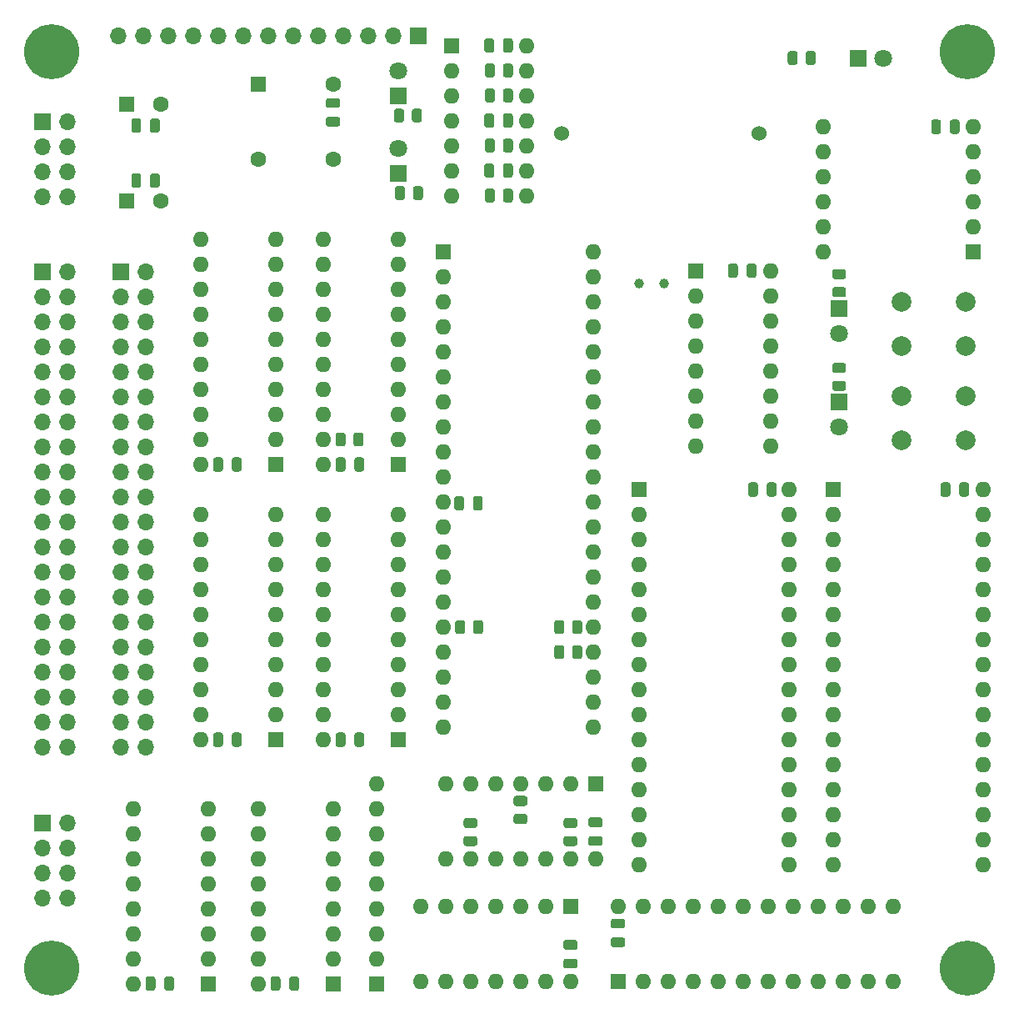
<source format=gbr>
%TF.GenerationSoftware,KiCad,Pcbnew,(5.1.9)-1*%
%TF.CreationDate,2021-05-09T07:52:10-04:00*%
%TF.ProjectId,cpu2,63707532-2e6b-4696-9361-645f70636258,rev?*%
%TF.SameCoordinates,Original*%
%TF.FileFunction,Soldermask,Bot*%
%TF.FilePolarity,Negative*%
%FSLAX46Y46*%
G04 Gerber Fmt 4.6, Leading zero omitted, Abs format (unit mm)*
G04 Created by KiCad (PCBNEW (5.1.9)-1) date 2021-05-09 07:52:10*
%MOMM*%
%LPD*%
G01*
G04 APERTURE LIST*
%ADD10O,1.700000X1.700000*%
%ADD11R,1.700000X1.700000*%
%ADD12C,1.800000*%
%ADD13R,1.800000X1.800000*%
%ADD14C,1.600000*%
%ADD15R,1.600000X1.600000*%
%ADD16C,2.000000*%
%ADD17O,1.600000X1.600000*%
%ADD18C,1.000000*%
%ADD19C,1.524000*%
%ADD20C,5.600000*%
G04 APERTURE END LIST*
D10*
%TO.C,J5*%
X30226000Y-21844000D03*
X32766000Y-21844000D03*
X35306000Y-21844000D03*
X37846000Y-21844000D03*
X40386000Y-21844000D03*
X42926000Y-21844000D03*
X45466000Y-21844000D03*
X48006000Y-21844000D03*
X50546000Y-21844000D03*
X53086000Y-21844000D03*
X55626000Y-21844000D03*
X58166000Y-21844000D03*
D11*
X60706000Y-21844000D03*
%TD*%
%TO.C,R16*%
G36*
G01*
X59290000Y-29521998D02*
X59290000Y-30422002D01*
G75*
G02*
X59040002Y-30672000I-249998J0D01*
G01*
X58514998Y-30672000D01*
G75*
G02*
X58265000Y-30422002I0J249998D01*
G01*
X58265000Y-29521998D01*
G75*
G02*
X58514998Y-29272000I249998J0D01*
G01*
X59040002Y-29272000D01*
G75*
G02*
X59290000Y-29521998I0J-249998D01*
G01*
G37*
G36*
G01*
X61115000Y-29521998D02*
X61115000Y-30422002D01*
G75*
G02*
X60865002Y-30672000I-249998J0D01*
G01*
X60339998Y-30672000D01*
G75*
G02*
X60090000Y-30422002I0J249998D01*
G01*
X60090000Y-29521998D01*
G75*
G02*
X60339998Y-29272000I249998J0D01*
G01*
X60865002Y-29272000D01*
G75*
G02*
X61115000Y-29521998I0J-249998D01*
G01*
G37*
%TD*%
%TO.C,R15*%
G36*
G01*
X59393500Y-37395998D02*
X59393500Y-38296002D01*
G75*
G02*
X59143502Y-38546000I-249998J0D01*
G01*
X58618498Y-38546000D01*
G75*
G02*
X58368500Y-38296002I0J249998D01*
G01*
X58368500Y-37395998D01*
G75*
G02*
X58618498Y-37146000I249998J0D01*
G01*
X59143502Y-37146000D01*
G75*
G02*
X59393500Y-37395998I0J-249998D01*
G01*
G37*
G36*
G01*
X61218500Y-37395998D02*
X61218500Y-38296002D01*
G75*
G02*
X60968502Y-38546000I-249998J0D01*
G01*
X60443498Y-38546000D01*
G75*
G02*
X60193500Y-38296002I0J249998D01*
G01*
X60193500Y-37395998D01*
G75*
G02*
X60443498Y-37146000I249998J0D01*
G01*
X60968502Y-37146000D01*
G75*
G02*
X61218500Y-37395998I0J-249998D01*
G01*
G37*
%TD*%
D12*
%TO.C,D5*%
X58674000Y-25400000D03*
D13*
X58674000Y-27940000D03*
%TD*%
D12*
%TO.C,D4*%
X58674000Y-33274000D03*
D13*
X58674000Y-35814000D03*
%TD*%
%TO.C,R14*%
G36*
G01*
X100095000Y-24580002D02*
X100095000Y-23679998D01*
G75*
G02*
X100344998Y-23430000I249998J0D01*
G01*
X100870002Y-23430000D01*
G75*
G02*
X101120000Y-23679998I0J-249998D01*
G01*
X101120000Y-24580002D01*
G75*
G02*
X100870002Y-24830000I-249998J0D01*
G01*
X100344998Y-24830000D01*
G75*
G02*
X100095000Y-24580002I0J249998D01*
G01*
G37*
G36*
G01*
X98270000Y-24580002D02*
X98270000Y-23679998D01*
G75*
G02*
X98519998Y-23430000I249998J0D01*
G01*
X99045002Y-23430000D01*
G75*
G02*
X99295000Y-23679998I0J-249998D01*
G01*
X99295000Y-24580002D01*
G75*
G02*
X99045002Y-24830000I-249998J0D01*
G01*
X98519998Y-24830000D01*
G75*
G02*
X98270000Y-24580002I0J249998D01*
G01*
G37*
%TD*%
D12*
%TO.C,D3*%
X107950000Y-24130000D03*
D13*
X105410000Y-24130000D03*
%TD*%
D14*
%TO.C,C3*%
X34614000Y-38608000D03*
D15*
X31114000Y-38608000D03*
%TD*%
D16*
%TO.C,SW2*%
X116355000Y-58420000D03*
X116355000Y-62920000D03*
X109855000Y-58420000D03*
X109855000Y-62920000D03*
%TD*%
%TO.C,SW1*%
X116355000Y-48895000D03*
X116355000Y-53395000D03*
X109855000Y-48895000D03*
X109855000Y-53395000D03*
%TD*%
D15*
%TO.C,U8*%
X88900000Y-45720000D03*
D17*
X96520000Y-63500000D03*
X88900000Y-48260000D03*
X96520000Y-60960000D03*
X88900000Y-50800000D03*
X96520000Y-58420000D03*
X88900000Y-53340000D03*
X96520000Y-55880000D03*
X88900000Y-55880000D03*
X96520000Y-53340000D03*
X88900000Y-58420000D03*
X96520000Y-50800000D03*
X88900000Y-60960000D03*
X96520000Y-48260000D03*
X88900000Y-63500000D03*
X96520000Y-45720000D03*
%TD*%
D18*
%TO.C,Y1*%
X85725000Y-46990000D03*
X83185000Y-46990000D03*
%TD*%
D19*
%TO.C,BT1*%
X75330000Y-31750000D03*
X95330000Y-31750000D03*
%TD*%
%TO.C,C23*%
G36*
G01*
X51595000Y-28202000D02*
X52545000Y-28202000D01*
G75*
G02*
X52795000Y-28452000I0J-250000D01*
G01*
X52795000Y-28952000D01*
G75*
G02*
X52545000Y-29202000I-250000J0D01*
G01*
X51595000Y-29202000D01*
G75*
G02*
X51345000Y-28952000I0J250000D01*
G01*
X51345000Y-28452000D01*
G75*
G02*
X51595000Y-28202000I250000J0D01*
G01*
G37*
G36*
G01*
X51595000Y-30102000D02*
X52545000Y-30102000D01*
G75*
G02*
X52795000Y-30352000I0J-250000D01*
G01*
X52795000Y-30852000D01*
G75*
G02*
X52545000Y-31102000I-250000J0D01*
G01*
X51595000Y-31102000D01*
G75*
G02*
X51345000Y-30852000I0J250000D01*
G01*
X51345000Y-30352000D01*
G75*
G02*
X51595000Y-30102000I250000J0D01*
G01*
G37*
%TD*%
%TO.C,C21*%
G36*
G01*
X33470000Y-37051000D02*
X33470000Y-36101000D01*
G75*
G02*
X33720000Y-35851000I250000J0D01*
G01*
X34220000Y-35851000D01*
G75*
G02*
X34470000Y-36101000I0J-250000D01*
G01*
X34470000Y-37051000D01*
G75*
G02*
X34220000Y-37301000I-250000J0D01*
G01*
X33720000Y-37301000D01*
G75*
G02*
X33470000Y-37051000I0J250000D01*
G01*
G37*
G36*
G01*
X31570000Y-37051000D02*
X31570000Y-36101000D01*
G75*
G02*
X31820000Y-35851000I250000J0D01*
G01*
X32320000Y-35851000D01*
G75*
G02*
X32570000Y-36101000I0J-250000D01*
G01*
X32570000Y-37051000D01*
G75*
G02*
X32320000Y-37301000I-250000J0D01*
G01*
X31820000Y-37301000D01*
G75*
G02*
X31570000Y-37051000I0J250000D01*
G01*
G37*
%TD*%
%TO.C,C20*%
G36*
G01*
X33470000Y-31463000D02*
X33470000Y-30513000D01*
G75*
G02*
X33720000Y-30263000I250000J0D01*
G01*
X34220000Y-30263000D01*
G75*
G02*
X34470000Y-30513000I0J-250000D01*
G01*
X34470000Y-31463000D01*
G75*
G02*
X34220000Y-31713000I-250000J0D01*
G01*
X33720000Y-31713000D01*
G75*
G02*
X33470000Y-31463000I0J250000D01*
G01*
G37*
G36*
G01*
X31570000Y-31463000D02*
X31570000Y-30513000D01*
G75*
G02*
X31820000Y-30263000I250000J0D01*
G01*
X32320000Y-30263000D01*
G75*
G02*
X32570000Y-30513000I0J-250000D01*
G01*
X32570000Y-31463000D01*
G75*
G02*
X32320000Y-31713000I-250000J0D01*
G01*
X31820000Y-31713000D01*
G75*
G02*
X31570000Y-31463000I0J250000D01*
G01*
G37*
%TD*%
%TO.C,C19*%
G36*
G01*
X79215000Y-102232000D02*
X78265000Y-102232000D01*
G75*
G02*
X78015000Y-101982000I0J250000D01*
G01*
X78015000Y-101482000D01*
G75*
G02*
X78265000Y-101232000I250000J0D01*
G01*
X79215000Y-101232000D01*
G75*
G02*
X79465000Y-101482000I0J-250000D01*
G01*
X79465000Y-101982000D01*
G75*
G02*
X79215000Y-102232000I-250000J0D01*
G01*
G37*
G36*
G01*
X79215000Y-104132000D02*
X78265000Y-104132000D01*
G75*
G02*
X78015000Y-103882000I0J250000D01*
G01*
X78015000Y-103382000D01*
G75*
G02*
X78265000Y-103132000I250000J0D01*
G01*
X79215000Y-103132000D01*
G75*
G02*
X79465000Y-103382000I0J-250000D01*
G01*
X79465000Y-103882000D01*
G75*
G02*
X79215000Y-104132000I-250000J0D01*
G01*
G37*
%TD*%
%TO.C,C18*%
G36*
G01*
X41786000Y-65880000D02*
X41786000Y-64930000D01*
G75*
G02*
X42036000Y-64680000I250000J0D01*
G01*
X42536000Y-64680000D01*
G75*
G02*
X42786000Y-64930000I0J-250000D01*
G01*
X42786000Y-65880000D01*
G75*
G02*
X42536000Y-66130000I-250000J0D01*
G01*
X42036000Y-66130000D01*
G75*
G02*
X41786000Y-65880000I0J250000D01*
G01*
G37*
G36*
G01*
X39886000Y-65880000D02*
X39886000Y-64930000D01*
G75*
G02*
X40136000Y-64680000I250000J0D01*
G01*
X40636000Y-64680000D01*
G75*
G02*
X40886000Y-64930000I0J-250000D01*
G01*
X40886000Y-65880000D01*
G75*
G02*
X40636000Y-66130000I-250000J0D01*
G01*
X40136000Y-66130000D01*
G75*
G02*
X39886000Y-65880000I0J250000D01*
G01*
G37*
%TD*%
%TO.C,C17*%
G36*
G01*
X54232000Y-93820000D02*
X54232000Y-92870000D01*
G75*
G02*
X54482000Y-92620000I250000J0D01*
G01*
X54982000Y-92620000D01*
G75*
G02*
X55232000Y-92870000I0J-250000D01*
G01*
X55232000Y-93820000D01*
G75*
G02*
X54982000Y-94070000I-250000J0D01*
G01*
X54482000Y-94070000D01*
G75*
G02*
X54232000Y-93820000I0J250000D01*
G01*
G37*
G36*
G01*
X52332000Y-93820000D02*
X52332000Y-92870000D01*
G75*
G02*
X52582000Y-92620000I250000J0D01*
G01*
X53082000Y-92620000D01*
G75*
G02*
X53332000Y-92870000I0J-250000D01*
G01*
X53332000Y-93820000D01*
G75*
G02*
X53082000Y-94070000I-250000J0D01*
G01*
X52582000Y-94070000D01*
G75*
G02*
X52332000Y-93820000I0J250000D01*
G01*
G37*
%TD*%
%TO.C,C16*%
G36*
G01*
X41786000Y-93820000D02*
X41786000Y-92870000D01*
G75*
G02*
X42036000Y-92620000I250000J0D01*
G01*
X42536000Y-92620000D01*
G75*
G02*
X42786000Y-92870000I0J-250000D01*
G01*
X42786000Y-93820000D01*
G75*
G02*
X42536000Y-94070000I-250000J0D01*
G01*
X42036000Y-94070000D01*
G75*
G02*
X41786000Y-93820000I0J250000D01*
G01*
G37*
G36*
G01*
X39886000Y-93820000D02*
X39886000Y-92870000D01*
G75*
G02*
X40136000Y-92620000I250000J0D01*
G01*
X40636000Y-92620000D01*
G75*
G02*
X40886000Y-92870000I0J-250000D01*
G01*
X40886000Y-93820000D01*
G75*
G02*
X40636000Y-94070000I-250000J0D01*
G01*
X40136000Y-94070000D01*
G75*
G02*
X39886000Y-93820000I0J250000D01*
G01*
G37*
%TD*%
%TO.C,C15*%
G36*
G01*
X47628000Y-118585000D02*
X47628000Y-117635000D01*
G75*
G02*
X47878000Y-117385000I250000J0D01*
G01*
X48378000Y-117385000D01*
G75*
G02*
X48628000Y-117635000I0J-250000D01*
G01*
X48628000Y-118585000D01*
G75*
G02*
X48378000Y-118835000I-250000J0D01*
G01*
X47878000Y-118835000D01*
G75*
G02*
X47628000Y-118585000I0J250000D01*
G01*
G37*
G36*
G01*
X45728000Y-118585000D02*
X45728000Y-117635000D01*
G75*
G02*
X45978000Y-117385000I250000J0D01*
G01*
X46478000Y-117385000D01*
G75*
G02*
X46728000Y-117635000I0J-250000D01*
G01*
X46728000Y-118585000D01*
G75*
G02*
X46478000Y-118835000I-250000J0D01*
G01*
X45978000Y-118835000D01*
G75*
G02*
X45728000Y-118585000I0J250000D01*
G01*
G37*
%TD*%
%TO.C,C14*%
G36*
G01*
X94247000Y-68420000D02*
X94247000Y-67470000D01*
G75*
G02*
X94497000Y-67220000I250000J0D01*
G01*
X94997000Y-67220000D01*
G75*
G02*
X95247000Y-67470000I0J-250000D01*
G01*
X95247000Y-68420000D01*
G75*
G02*
X94997000Y-68670000I-250000J0D01*
G01*
X94497000Y-68670000D01*
G75*
G02*
X94247000Y-68420000I0J250000D01*
G01*
G37*
G36*
G01*
X96147000Y-68420000D02*
X96147000Y-67470000D01*
G75*
G02*
X96397000Y-67220000I250000J0D01*
G01*
X96897000Y-67220000D01*
G75*
G02*
X97147000Y-67470000I0J-250000D01*
G01*
X97147000Y-68420000D01*
G75*
G02*
X96897000Y-68670000I-250000J0D01*
G01*
X96397000Y-68670000D01*
G75*
G02*
X96147000Y-68420000I0J250000D01*
G01*
G37*
%TD*%
%TO.C,C13*%
G36*
G01*
X54232000Y-65880000D02*
X54232000Y-64930000D01*
G75*
G02*
X54482000Y-64680000I250000J0D01*
G01*
X54982000Y-64680000D01*
G75*
G02*
X55232000Y-64930000I0J-250000D01*
G01*
X55232000Y-65880000D01*
G75*
G02*
X54982000Y-66130000I-250000J0D01*
G01*
X54482000Y-66130000D01*
G75*
G02*
X54232000Y-65880000I0J250000D01*
G01*
G37*
G36*
G01*
X52332000Y-65880000D02*
X52332000Y-64930000D01*
G75*
G02*
X52582000Y-64680000I250000J0D01*
G01*
X53082000Y-64680000D01*
G75*
G02*
X53332000Y-64930000I0J-250000D01*
G01*
X53332000Y-65880000D01*
G75*
G02*
X53082000Y-66130000I-250000J0D01*
G01*
X52582000Y-66130000D01*
G75*
G02*
X52332000Y-65880000I0J250000D01*
G01*
G37*
%TD*%
%TO.C,C12*%
G36*
G01*
X80551000Y-111514000D02*
X81501000Y-111514000D01*
G75*
G02*
X81751000Y-111764000I0J-250000D01*
G01*
X81751000Y-112264000D01*
G75*
G02*
X81501000Y-112514000I-250000J0D01*
G01*
X80551000Y-112514000D01*
G75*
G02*
X80301000Y-112264000I0J250000D01*
G01*
X80301000Y-111764000D01*
G75*
G02*
X80551000Y-111514000I250000J0D01*
G01*
G37*
G36*
G01*
X80551000Y-113414000D02*
X81501000Y-113414000D01*
G75*
G02*
X81751000Y-113664000I0J-250000D01*
G01*
X81751000Y-114164000D01*
G75*
G02*
X81501000Y-114414000I-250000J0D01*
G01*
X80551000Y-114414000D01*
G75*
G02*
X80301000Y-114164000I0J250000D01*
G01*
X80301000Y-113664000D01*
G75*
G02*
X80551000Y-113414000I250000J0D01*
G01*
G37*
%TD*%
%TO.C,C11*%
G36*
G01*
X76675000Y-114678000D02*
X75725000Y-114678000D01*
G75*
G02*
X75475000Y-114428000I0J250000D01*
G01*
X75475000Y-113928000D01*
G75*
G02*
X75725000Y-113678000I250000J0D01*
G01*
X76675000Y-113678000D01*
G75*
G02*
X76925000Y-113928000I0J-250000D01*
G01*
X76925000Y-114428000D01*
G75*
G02*
X76675000Y-114678000I-250000J0D01*
G01*
G37*
G36*
G01*
X76675000Y-116578000D02*
X75725000Y-116578000D01*
G75*
G02*
X75475000Y-116328000I0J250000D01*
G01*
X75475000Y-115828000D01*
G75*
G02*
X75725000Y-115578000I250000J0D01*
G01*
X76675000Y-115578000D01*
G75*
G02*
X76925000Y-115828000I0J-250000D01*
G01*
X76925000Y-116328000D01*
G75*
G02*
X76675000Y-116578000I-250000J0D01*
G01*
G37*
%TD*%
%TO.C,C10*%
G36*
G01*
X114800000Y-67470000D02*
X114800000Y-68420000D01*
G75*
G02*
X114550000Y-68670000I-250000J0D01*
G01*
X114050000Y-68670000D01*
G75*
G02*
X113800000Y-68420000I0J250000D01*
G01*
X113800000Y-67470000D01*
G75*
G02*
X114050000Y-67220000I250000J0D01*
G01*
X114550000Y-67220000D01*
G75*
G02*
X114800000Y-67470000I0J-250000D01*
G01*
G37*
G36*
G01*
X116700000Y-67470000D02*
X116700000Y-68420000D01*
G75*
G02*
X116450000Y-68670000I-250000J0D01*
G01*
X115950000Y-68670000D01*
G75*
G02*
X115700000Y-68420000I0J250000D01*
G01*
X115700000Y-67470000D01*
G75*
G02*
X115950000Y-67220000I250000J0D01*
G01*
X116450000Y-67220000D01*
G75*
G02*
X116700000Y-67470000I0J-250000D01*
G01*
G37*
%TD*%
%TO.C,C9*%
G36*
G01*
X66297000Y-69817000D02*
X66297000Y-68867000D01*
G75*
G02*
X66547000Y-68617000I250000J0D01*
G01*
X67047000Y-68617000D01*
G75*
G02*
X67297000Y-68867000I0J-250000D01*
G01*
X67297000Y-69817000D01*
G75*
G02*
X67047000Y-70067000I-250000J0D01*
G01*
X66547000Y-70067000D01*
G75*
G02*
X66297000Y-69817000I0J250000D01*
G01*
G37*
G36*
G01*
X64397000Y-69817000D02*
X64397000Y-68867000D01*
G75*
G02*
X64647000Y-68617000I250000J0D01*
G01*
X65147000Y-68617000D01*
G75*
G02*
X65397000Y-68867000I0J-250000D01*
G01*
X65397000Y-69817000D01*
G75*
G02*
X65147000Y-70067000I-250000J0D01*
G01*
X64647000Y-70067000D01*
G75*
G02*
X64397000Y-69817000I0J250000D01*
G01*
G37*
%TD*%
D14*
%TO.C,C8*%
X34614000Y-28829000D03*
D15*
X31114000Y-28829000D03*
%TD*%
D17*
%TO.C,U10*%
X78740000Y-105410000D03*
X63500000Y-97790000D03*
X76200000Y-105410000D03*
X66040000Y-97790000D03*
X73660000Y-105410000D03*
X68580000Y-97790000D03*
X71120000Y-105410000D03*
X71120000Y-97790000D03*
X68580000Y-105410000D03*
X73660000Y-97790000D03*
X66040000Y-105410000D03*
X76200000Y-97790000D03*
X63500000Y-105410000D03*
D15*
X78740000Y-97790000D03*
%TD*%
D17*
%TO.C,U6*%
X76200000Y-117856000D03*
X60960000Y-110236000D03*
X73660000Y-117856000D03*
X63500000Y-110236000D03*
X71120000Y-117856000D03*
X66040000Y-110236000D03*
X68580000Y-117856000D03*
X68580000Y-110236000D03*
X66040000Y-117856000D03*
X71120000Y-110236000D03*
X63500000Y-117856000D03*
X73660000Y-110236000D03*
X60960000Y-117856000D03*
D15*
X76200000Y-110236000D03*
%TD*%
D17*
%TO.C,U1*%
X71755000Y-22860000D03*
X64135000Y-38100000D03*
X71755000Y-25400000D03*
X64135000Y-35560000D03*
X71755000Y-27940000D03*
X64135000Y-33020000D03*
X71755000Y-30480000D03*
X64135000Y-30480000D03*
X71755000Y-33020000D03*
X64135000Y-27940000D03*
X71755000Y-35560000D03*
X64135000Y-25400000D03*
X71755000Y-38100000D03*
D15*
X64135000Y-22860000D03*
%TD*%
D17*
%TO.C,U5*%
X81026000Y-110236000D03*
X108966000Y-117856000D03*
X83566000Y-110236000D03*
X106426000Y-117856000D03*
X86106000Y-110236000D03*
X103886000Y-117856000D03*
X88646000Y-110236000D03*
X101346000Y-117856000D03*
X91186000Y-110236000D03*
X98806000Y-117856000D03*
X93726000Y-110236000D03*
X96266000Y-117856000D03*
X96266000Y-110236000D03*
X93726000Y-117856000D03*
X98806000Y-110236000D03*
X91186000Y-117856000D03*
X101346000Y-110236000D03*
X88646000Y-117856000D03*
X103886000Y-110236000D03*
X86106000Y-117856000D03*
X106426000Y-110236000D03*
X83566000Y-117856000D03*
X108966000Y-110236000D03*
D15*
X81026000Y-117856000D03*
%TD*%
D17*
%TO.C,U4*%
X44450000Y-118110000D03*
X52070000Y-100330000D03*
X44450000Y-115570000D03*
X52070000Y-102870000D03*
X44450000Y-113030000D03*
X52070000Y-105410000D03*
X44450000Y-110490000D03*
X52070000Y-107950000D03*
X44450000Y-107950000D03*
X52070000Y-110490000D03*
X44450000Y-105410000D03*
X52070000Y-113030000D03*
X44450000Y-102870000D03*
X52070000Y-115570000D03*
X44450000Y-100330000D03*
D15*
X52070000Y-118110000D03*
%TD*%
D17*
%TO.C,U3*%
X31750000Y-118110000D03*
X39370000Y-100330000D03*
X31750000Y-115570000D03*
X39370000Y-102870000D03*
X31750000Y-113030000D03*
X39370000Y-105410000D03*
X31750000Y-110490000D03*
X39370000Y-107950000D03*
X31750000Y-107950000D03*
X39370000Y-110490000D03*
X31750000Y-105410000D03*
X39370000Y-113030000D03*
X31750000Y-102870000D03*
X39370000Y-115570000D03*
X31750000Y-100330000D03*
D15*
X39370000Y-118110000D03*
%TD*%
D17*
%TO.C,U2*%
X78499000Y-43815000D03*
X63259000Y-92075000D03*
X78499000Y-46355000D03*
X63259000Y-89535000D03*
X78499000Y-48895000D03*
X63259000Y-86995000D03*
X78499000Y-51435000D03*
X63259000Y-84455000D03*
X78499000Y-53975000D03*
X63259000Y-81915000D03*
X78499000Y-56515000D03*
X63259000Y-79375000D03*
X78499000Y-59055000D03*
X63259000Y-76835000D03*
X78499000Y-61595000D03*
X63259000Y-74295000D03*
X78499000Y-64135000D03*
X63259000Y-71755000D03*
X78499000Y-66675000D03*
X63259000Y-69215000D03*
X78499000Y-69215000D03*
X63259000Y-66675000D03*
X78499000Y-71755000D03*
X63259000Y-64135000D03*
X78499000Y-74295000D03*
X63259000Y-61595000D03*
X78499000Y-76835000D03*
X63259000Y-59055000D03*
X78499000Y-79375000D03*
X63259000Y-56515000D03*
X78499000Y-81915000D03*
X63259000Y-53975000D03*
X78499000Y-84455000D03*
X63259000Y-51435000D03*
X78499000Y-86995000D03*
X63259000Y-48895000D03*
X78499000Y-89535000D03*
X63259000Y-46355000D03*
X78499000Y-92075000D03*
D15*
X63259000Y-43815000D03*
%TD*%
%TO.C,U12*%
X83185000Y-67945000D03*
D17*
X98425000Y-106045000D03*
X83185000Y-70485000D03*
X98425000Y-103505000D03*
X83185000Y-73025000D03*
X98425000Y-100965000D03*
X83185000Y-75565000D03*
X98425000Y-98425000D03*
X83185000Y-78105000D03*
X98425000Y-95885000D03*
X83185000Y-80645000D03*
X98425000Y-93345000D03*
X83185000Y-83185000D03*
X98425000Y-90805000D03*
X83185000Y-85725000D03*
X98425000Y-88265000D03*
X83185000Y-88265000D03*
X98425000Y-85725000D03*
X83185000Y-90805000D03*
X98425000Y-83185000D03*
X83185000Y-93345000D03*
X98425000Y-80645000D03*
X83185000Y-95885000D03*
X98425000Y-78105000D03*
X83185000Y-98425000D03*
X98425000Y-75565000D03*
X83185000Y-100965000D03*
X98425000Y-73025000D03*
X83185000Y-103505000D03*
X98425000Y-70485000D03*
X83185000Y-106045000D03*
X98425000Y-67945000D03*
%TD*%
%TO.C,U11*%
X118110000Y-67945000D03*
X102870000Y-106045000D03*
X118110000Y-70485000D03*
X102870000Y-103505000D03*
X118110000Y-73025000D03*
X102870000Y-100965000D03*
X118110000Y-75565000D03*
X102870000Y-98425000D03*
X118110000Y-78105000D03*
X102870000Y-95885000D03*
X118110000Y-80645000D03*
X102870000Y-93345000D03*
X118110000Y-83185000D03*
X102870000Y-90805000D03*
X118110000Y-85725000D03*
X102870000Y-88265000D03*
X118110000Y-88265000D03*
X102870000Y-85725000D03*
X118110000Y-90805000D03*
X102870000Y-83185000D03*
X118110000Y-93345000D03*
X102870000Y-80645000D03*
X118110000Y-95885000D03*
X102870000Y-78105000D03*
X118110000Y-98425000D03*
X102870000Y-75565000D03*
X118110000Y-100965000D03*
X102870000Y-73025000D03*
X118110000Y-103505000D03*
X102870000Y-70485000D03*
X118110000Y-106045000D03*
D15*
X102870000Y-67945000D03*
%TD*%
D17*
%TO.C,U16*%
X38608000Y-65405000D03*
X46228000Y-42545000D03*
X38608000Y-62865000D03*
X46228000Y-45085000D03*
X38608000Y-60325000D03*
X46228000Y-47625000D03*
X38608000Y-57785000D03*
X46228000Y-50165000D03*
X38608000Y-55245000D03*
X46228000Y-52705000D03*
X38608000Y-52705000D03*
X46228000Y-55245000D03*
X38608000Y-50165000D03*
X46228000Y-57785000D03*
X38608000Y-47625000D03*
X46228000Y-60325000D03*
X38608000Y-45085000D03*
X46228000Y-62865000D03*
X38608000Y-42545000D03*
D15*
X46228000Y-65405000D03*
%TD*%
D17*
%TO.C,U15*%
X51054000Y-93345000D03*
X58674000Y-70485000D03*
X51054000Y-90805000D03*
X58674000Y-73025000D03*
X51054000Y-88265000D03*
X58674000Y-75565000D03*
X51054000Y-85725000D03*
X58674000Y-78105000D03*
X51054000Y-83185000D03*
X58674000Y-80645000D03*
X51054000Y-80645000D03*
X58674000Y-83185000D03*
X51054000Y-78105000D03*
X58674000Y-85725000D03*
X51054000Y-75565000D03*
X58674000Y-88265000D03*
X51054000Y-73025000D03*
X58674000Y-90805000D03*
X51054000Y-70485000D03*
D15*
X58674000Y-93345000D03*
%TD*%
D17*
%TO.C,U14*%
X51054000Y-65405000D03*
X58674000Y-42545000D03*
X51054000Y-62865000D03*
X58674000Y-45085000D03*
X51054000Y-60325000D03*
X58674000Y-47625000D03*
X51054000Y-57785000D03*
X58674000Y-50165000D03*
X51054000Y-55245000D03*
X58674000Y-52705000D03*
X51054000Y-52705000D03*
X58674000Y-55245000D03*
X51054000Y-50165000D03*
X58674000Y-57785000D03*
X51054000Y-47625000D03*
X58674000Y-60325000D03*
X51054000Y-45085000D03*
X58674000Y-62865000D03*
X51054000Y-42545000D03*
D15*
X58674000Y-65405000D03*
%TD*%
%TO.C,U13*%
X46228000Y-93345000D03*
D17*
X38608000Y-70485000D03*
X46228000Y-90805000D03*
X38608000Y-73025000D03*
X46228000Y-88265000D03*
X38608000Y-75565000D03*
X46228000Y-85725000D03*
X38608000Y-78105000D03*
X46228000Y-83185000D03*
X38608000Y-80645000D03*
X46228000Y-80645000D03*
X38608000Y-83185000D03*
X46228000Y-78105000D03*
X38608000Y-85725000D03*
X46228000Y-75565000D03*
X38608000Y-88265000D03*
X46228000Y-73025000D03*
X38608000Y-90805000D03*
X46228000Y-70485000D03*
X38608000Y-93345000D03*
%TD*%
D11*
%TO.C,J2*%
X22540000Y-30600000D03*
D10*
X25080000Y-30600000D03*
X22540000Y-33140000D03*
X25080000Y-33140000D03*
X22540000Y-35680000D03*
X25080000Y-35680000D03*
X22540000Y-38220000D03*
X25080000Y-38220000D03*
%TD*%
%TO.C,J1*%
X25080000Y-109400000D03*
X22540000Y-109400000D03*
X25080000Y-106860000D03*
X22540000Y-106860000D03*
X25080000Y-104320000D03*
X22540000Y-104320000D03*
X25080000Y-101780000D03*
D11*
X22540000Y-101780000D03*
%TD*%
%TO.C,R9*%
G36*
G01*
X103054998Y-56915000D02*
X103955002Y-56915000D01*
G75*
G02*
X104205000Y-57164998I0J-249998D01*
G01*
X104205000Y-57690002D01*
G75*
G02*
X103955002Y-57940000I-249998J0D01*
G01*
X103054998Y-57940000D01*
G75*
G02*
X102805000Y-57690002I0J249998D01*
G01*
X102805000Y-57164998D01*
G75*
G02*
X103054998Y-56915000I249998J0D01*
G01*
G37*
G36*
G01*
X103054998Y-55090000D02*
X103955002Y-55090000D01*
G75*
G02*
X104205000Y-55339998I0J-249998D01*
G01*
X104205000Y-55865002D01*
G75*
G02*
X103955002Y-56115000I-249998J0D01*
G01*
X103054998Y-56115000D01*
G75*
G02*
X102805000Y-55865002I0J249998D01*
G01*
X102805000Y-55339998D01*
G75*
G02*
X103054998Y-55090000I249998J0D01*
G01*
G37*
%TD*%
D20*
%TO.C,M4*%
X23500000Y-116500000D03*
%TD*%
%TO.C,M3*%
X23500000Y-23500000D03*
%TD*%
%TO.C,M2*%
X116500000Y-116500000D03*
%TD*%
%TO.C,M1*%
X116500000Y-23500000D03*
%TD*%
D12*
%TO.C,D2*%
X103505000Y-61595000D03*
D13*
X103505000Y-59055000D03*
%TD*%
D10*
%TO.C,J4*%
X33080000Y-94130000D03*
X30540000Y-94130000D03*
X33080000Y-91590000D03*
X30540000Y-91590000D03*
X33080000Y-89050000D03*
X30540000Y-89050000D03*
X33080000Y-86510000D03*
X30540000Y-86510000D03*
X33080000Y-83970000D03*
X30540000Y-83970000D03*
X33080000Y-81430000D03*
X30540000Y-81430000D03*
X33080000Y-78890000D03*
X30540000Y-78890000D03*
X33080000Y-76350000D03*
X30540000Y-76350000D03*
X33080000Y-73810000D03*
X30540000Y-73810000D03*
X33080000Y-71270000D03*
X30540000Y-71270000D03*
X33080000Y-68730000D03*
X30540000Y-68730000D03*
X33080000Y-66190000D03*
X30540000Y-66190000D03*
X33080000Y-63650000D03*
X30540000Y-63650000D03*
X33080000Y-61110000D03*
X30540000Y-61110000D03*
X33080000Y-58570000D03*
X30540000Y-58570000D03*
X33080000Y-56030000D03*
X30540000Y-56030000D03*
X33080000Y-53490000D03*
X30540000Y-53490000D03*
X33080000Y-50950000D03*
X30540000Y-50950000D03*
X33080000Y-48410000D03*
X30540000Y-48410000D03*
X33080000Y-45870000D03*
D11*
X30540000Y-45870000D03*
%TD*%
%TO.C,R13*%
G36*
G01*
X53344500Y-62414998D02*
X53344500Y-63315002D01*
G75*
G02*
X53094502Y-63565000I-249998J0D01*
G01*
X52569498Y-63565000D01*
G75*
G02*
X52319500Y-63315002I0J249998D01*
G01*
X52319500Y-62414998D01*
G75*
G02*
X52569498Y-62165000I249998J0D01*
G01*
X53094502Y-62165000D01*
G75*
G02*
X53344500Y-62414998I0J-249998D01*
G01*
G37*
G36*
G01*
X55169500Y-62414998D02*
X55169500Y-63315002D01*
G75*
G02*
X54919502Y-63565000I-249998J0D01*
G01*
X54394498Y-63565000D01*
G75*
G02*
X54144500Y-63315002I0J249998D01*
G01*
X54144500Y-62414998D01*
G75*
G02*
X54394498Y-62165000I249998J0D01*
G01*
X54919502Y-62165000D01*
G75*
G02*
X55169500Y-62414998I0J-249998D01*
G01*
G37*
%TD*%
D15*
%TO.C,X1*%
X44450000Y-26797000D03*
D14*
X52070000Y-26797000D03*
X52070000Y-34417000D03*
X44450000Y-34417000D03*
%TD*%
%TO.C,R12*%
G36*
G01*
X76650002Y-102320000D02*
X75749998Y-102320000D01*
G75*
G02*
X75500000Y-102070002I0J249998D01*
G01*
X75500000Y-101544998D01*
G75*
G02*
X75749998Y-101295000I249998J0D01*
G01*
X76650002Y-101295000D01*
G75*
G02*
X76900000Y-101544998I0J-249998D01*
G01*
X76900000Y-102070002D01*
G75*
G02*
X76650002Y-102320000I-249998J0D01*
G01*
G37*
G36*
G01*
X76650002Y-104145000D02*
X75749998Y-104145000D01*
G75*
G02*
X75500000Y-103895002I0J249998D01*
G01*
X75500000Y-103369998D01*
G75*
G02*
X75749998Y-103120000I249998J0D01*
G01*
X76650002Y-103120000D01*
G75*
G02*
X76900000Y-103369998I0J-249998D01*
G01*
X76900000Y-103895002D01*
G75*
G02*
X76650002Y-104145000I-249998J0D01*
G01*
G37*
%TD*%
%TO.C,R11*%
G36*
G01*
X66490002Y-102320000D02*
X65589998Y-102320000D01*
G75*
G02*
X65340000Y-102070002I0J249998D01*
G01*
X65340000Y-101544998D01*
G75*
G02*
X65589998Y-101295000I249998J0D01*
G01*
X66490002Y-101295000D01*
G75*
G02*
X66740000Y-101544998I0J-249998D01*
G01*
X66740000Y-102070002D01*
G75*
G02*
X66490002Y-102320000I-249998J0D01*
G01*
G37*
G36*
G01*
X66490002Y-104145000D02*
X65589998Y-104145000D01*
G75*
G02*
X65340000Y-103895002I0J249998D01*
G01*
X65340000Y-103369998D01*
G75*
G02*
X65589998Y-103120000I249998J0D01*
G01*
X66490002Y-103120000D01*
G75*
G02*
X66740000Y-103369998I0J-249998D01*
G01*
X66740000Y-103895002D01*
G75*
G02*
X66490002Y-104145000I-249998J0D01*
G01*
G37*
%TD*%
%TO.C,R10*%
G36*
G01*
X70669998Y-100880000D02*
X71570002Y-100880000D01*
G75*
G02*
X71820000Y-101129998I0J-249998D01*
G01*
X71820000Y-101655002D01*
G75*
G02*
X71570002Y-101905000I-249998J0D01*
G01*
X70669998Y-101905000D01*
G75*
G02*
X70420000Y-101655002I0J249998D01*
G01*
X70420000Y-101129998D01*
G75*
G02*
X70669998Y-100880000I249998J0D01*
G01*
G37*
G36*
G01*
X70669998Y-99055000D02*
X71570002Y-99055000D01*
G75*
G02*
X71820000Y-99304998I0J-249998D01*
G01*
X71820000Y-99830002D01*
G75*
G02*
X71570002Y-100080000I-249998J0D01*
G01*
X70669998Y-100080000D01*
G75*
G02*
X70420000Y-99830002I0J249998D01*
G01*
X70420000Y-99304998D01*
G75*
G02*
X70669998Y-99055000I249998J0D01*
G01*
G37*
%TD*%
D12*
%TO.C,D1*%
X103505000Y-52070000D03*
D13*
X103505000Y-49530000D03*
%TD*%
%TO.C,R8*%
G36*
G01*
X103054998Y-47390000D02*
X103955002Y-47390000D01*
G75*
G02*
X104205000Y-47639998I0J-249998D01*
G01*
X104205000Y-48165002D01*
G75*
G02*
X103955002Y-48415000I-249998J0D01*
G01*
X103054998Y-48415000D01*
G75*
G02*
X102805000Y-48165002I0J249998D01*
G01*
X102805000Y-47639998D01*
G75*
G02*
X103054998Y-47390000I249998J0D01*
G01*
G37*
G36*
G01*
X103054998Y-45565000D02*
X103955002Y-45565000D01*
G75*
G02*
X104205000Y-45814998I0J-249998D01*
G01*
X104205000Y-46340002D01*
G75*
G02*
X103955002Y-46590000I-249998J0D01*
G01*
X103054998Y-46590000D01*
G75*
G02*
X102805000Y-46340002I0J249998D01*
G01*
X102805000Y-45814998D01*
G75*
G02*
X103054998Y-45565000I249998J0D01*
G01*
G37*
%TD*%
%TO.C,R7*%
G36*
G01*
X75569500Y-81464998D02*
X75569500Y-82365002D01*
G75*
G02*
X75319502Y-82615000I-249998J0D01*
G01*
X74794498Y-82615000D01*
G75*
G02*
X74544500Y-82365002I0J249998D01*
G01*
X74544500Y-81464998D01*
G75*
G02*
X74794498Y-81215000I249998J0D01*
G01*
X75319502Y-81215000D01*
G75*
G02*
X75569500Y-81464998I0J-249998D01*
G01*
G37*
G36*
G01*
X77394500Y-81464998D02*
X77394500Y-82365002D01*
G75*
G02*
X77144502Y-82615000I-249998J0D01*
G01*
X76619498Y-82615000D01*
G75*
G02*
X76369500Y-82365002I0J249998D01*
G01*
X76369500Y-81464998D01*
G75*
G02*
X76619498Y-81215000I249998J0D01*
G01*
X77144502Y-81215000D01*
G75*
G02*
X77394500Y-81464998I0J-249998D01*
G01*
G37*
%TD*%
%TO.C,R6*%
G36*
G01*
X75569500Y-84004998D02*
X75569500Y-84905002D01*
G75*
G02*
X75319502Y-85155000I-249998J0D01*
G01*
X74794498Y-85155000D01*
G75*
G02*
X74544500Y-84905002I0J249998D01*
G01*
X74544500Y-84004998D01*
G75*
G02*
X74794498Y-83755000I249998J0D01*
G01*
X75319502Y-83755000D01*
G75*
G02*
X75569500Y-84004998I0J-249998D01*
G01*
G37*
G36*
G01*
X77394500Y-84004998D02*
X77394500Y-84905002D01*
G75*
G02*
X77144502Y-85155000I-249998J0D01*
G01*
X76619498Y-85155000D01*
G75*
G02*
X76369500Y-84905002I0J249998D01*
G01*
X76369500Y-84004998D01*
G75*
G02*
X76619498Y-83755000I249998J0D01*
G01*
X77144502Y-83755000D01*
G75*
G02*
X77394500Y-84004998I0J-249998D01*
G01*
G37*
%TD*%
%TO.C,R5*%
G36*
G01*
X66313000Y-82365002D02*
X66313000Y-81464998D01*
G75*
G02*
X66562998Y-81215000I249998J0D01*
G01*
X67088002Y-81215000D01*
G75*
G02*
X67338000Y-81464998I0J-249998D01*
G01*
X67338000Y-82365002D01*
G75*
G02*
X67088002Y-82615000I-249998J0D01*
G01*
X66562998Y-82615000D01*
G75*
G02*
X66313000Y-82365002I0J249998D01*
G01*
G37*
G36*
G01*
X64488000Y-82365002D02*
X64488000Y-81464998D01*
G75*
G02*
X64737998Y-81215000I249998J0D01*
G01*
X65263002Y-81215000D01*
G75*
G02*
X65513000Y-81464998I0J-249998D01*
G01*
X65513000Y-82365002D01*
G75*
G02*
X65263002Y-82615000I-249998J0D01*
G01*
X64737998Y-82615000D01*
G75*
G02*
X64488000Y-82365002I0J249998D01*
G01*
G37*
%TD*%
%TO.C,R4*%
G36*
G01*
X68537500Y-27489998D02*
X68537500Y-28390002D01*
G75*
G02*
X68287502Y-28640000I-249998J0D01*
G01*
X67762498Y-28640000D01*
G75*
G02*
X67512500Y-28390002I0J249998D01*
G01*
X67512500Y-27489998D01*
G75*
G02*
X67762498Y-27240000I249998J0D01*
G01*
X68287502Y-27240000D01*
G75*
G02*
X68537500Y-27489998I0J-249998D01*
G01*
G37*
G36*
G01*
X70362500Y-27489998D02*
X70362500Y-28390002D01*
G75*
G02*
X70112502Y-28640000I-249998J0D01*
G01*
X69587498Y-28640000D01*
G75*
G02*
X69337500Y-28390002I0J249998D01*
G01*
X69337500Y-27489998D01*
G75*
G02*
X69587498Y-27240000I249998J0D01*
G01*
X70112502Y-27240000D01*
G75*
G02*
X70362500Y-27489998I0J-249998D01*
G01*
G37*
%TD*%
%TO.C,R3*%
G36*
G01*
X68537500Y-37649998D02*
X68537500Y-38550002D01*
G75*
G02*
X68287502Y-38800000I-249998J0D01*
G01*
X67762498Y-38800000D01*
G75*
G02*
X67512500Y-38550002I0J249998D01*
G01*
X67512500Y-37649998D01*
G75*
G02*
X67762498Y-37400000I249998J0D01*
G01*
X68287502Y-37400000D01*
G75*
G02*
X68537500Y-37649998I0J-249998D01*
G01*
G37*
G36*
G01*
X70362500Y-37649998D02*
X70362500Y-38550002D01*
G75*
G02*
X70112502Y-38800000I-249998J0D01*
G01*
X69587498Y-38800000D01*
G75*
G02*
X69337500Y-38550002I0J249998D01*
G01*
X69337500Y-37649998D01*
G75*
G02*
X69587498Y-37400000I249998J0D01*
G01*
X70112502Y-37400000D01*
G75*
G02*
X70362500Y-37649998I0J-249998D01*
G01*
G37*
%TD*%
%TO.C,R2*%
G36*
G01*
X68537500Y-24949998D02*
X68537500Y-25850002D01*
G75*
G02*
X68287502Y-26100000I-249998J0D01*
G01*
X67762498Y-26100000D01*
G75*
G02*
X67512500Y-25850002I0J249998D01*
G01*
X67512500Y-24949998D01*
G75*
G02*
X67762498Y-24700000I249998J0D01*
G01*
X68287502Y-24700000D01*
G75*
G02*
X68537500Y-24949998I0J-249998D01*
G01*
G37*
G36*
G01*
X70362500Y-24949998D02*
X70362500Y-25850002D01*
G75*
G02*
X70112502Y-26100000I-249998J0D01*
G01*
X69587498Y-26100000D01*
G75*
G02*
X69337500Y-25850002I0J249998D01*
G01*
X69337500Y-24949998D01*
G75*
G02*
X69587498Y-24700000I249998J0D01*
G01*
X70112502Y-24700000D01*
G75*
G02*
X70362500Y-24949998I0J-249998D01*
G01*
G37*
%TD*%
%TO.C,R1*%
G36*
G01*
X68537500Y-32569998D02*
X68537500Y-33470002D01*
G75*
G02*
X68287502Y-33720000I-249998J0D01*
G01*
X67762498Y-33720000D01*
G75*
G02*
X67512500Y-33470002I0J249998D01*
G01*
X67512500Y-32569998D01*
G75*
G02*
X67762498Y-32320000I249998J0D01*
G01*
X68287502Y-32320000D01*
G75*
G02*
X68537500Y-32569998I0J-249998D01*
G01*
G37*
G36*
G01*
X70362500Y-32569998D02*
X70362500Y-33470002D01*
G75*
G02*
X70112502Y-33720000I-249998J0D01*
G01*
X69587498Y-33720000D01*
G75*
G02*
X69337500Y-33470002I0J249998D01*
G01*
X69337500Y-32569998D01*
G75*
G02*
X69587498Y-32320000I249998J0D01*
G01*
X70112502Y-32320000D01*
G75*
G02*
X70362500Y-32569998I0J-249998D01*
G01*
G37*
%TD*%
%TO.C,C7*%
G36*
G01*
X68450000Y-22385000D02*
X68450000Y-23335000D01*
G75*
G02*
X68200000Y-23585000I-250000J0D01*
G01*
X67700000Y-23585000D01*
G75*
G02*
X67450000Y-23335000I0J250000D01*
G01*
X67450000Y-22385000D01*
G75*
G02*
X67700000Y-22135000I250000J0D01*
G01*
X68200000Y-22135000D01*
G75*
G02*
X68450000Y-22385000I0J-250000D01*
G01*
G37*
G36*
G01*
X70350000Y-22385000D02*
X70350000Y-23335000D01*
G75*
G02*
X70100000Y-23585000I-250000J0D01*
G01*
X69600000Y-23585000D01*
G75*
G02*
X69350000Y-23335000I0J250000D01*
G01*
X69350000Y-22385000D01*
G75*
G02*
X69600000Y-22135000I250000J0D01*
G01*
X70100000Y-22135000D01*
G75*
G02*
X70350000Y-22385000I0J-250000D01*
G01*
G37*
%TD*%
%TO.C,C6*%
G36*
G01*
X34928000Y-118585000D02*
X34928000Y-117635000D01*
G75*
G02*
X35178000Y-117385000I250000J0D01*
G01*
X35678000Y-117385000D01*
G75*
G02*
X35928000Y-117635000I0J-250000D01*
G01*
X35928000Y-118585000D01*
G75*
G02*
X35678000Y-118835000I-250000J0D01*
G01*
X35178000Y-118835000D01*
G75*
G02*
X34928000Y-118585000I0J250000D01*
G01*
G37*
G36*
G01*
X33028000Y-118585000D02*
X33028000Y-117635000D01*
G75*
G02*
X33278000Y-117385000I250000J0D01*
G01*
X33778000Y-117385000D01*
G75*
G02*
X34028000Y-117635000I0J-250000D01*
G01*
X34028000Y-118585000D01*
G75*
G02*
X33778000Y-118835000I-250000J0D01*
G01*
X33278000Y-118835000D01*
G75*
G02*
X33028000Y-118585000I0J250000D01*
G01*
G37*
%TD*%
%TO.C,C5*%
G36*
G01*
X113850000Y-30640000D02*
X113850000Y-31590000D01*
G75*
G02*
X113600000Y-31840000I-250000J0D01*
G01*
X113100000Y-31840000D01*
G75*
G02*
X112850000Y-31590000I0J250000D01*
G01*
X112850000Y-30640000D01*
G75*
G02*
X113100000Y-30390000I250000J0D01*
G01*
X113600000Y-30390000D01*
G75*
G02*
X113850000Y-30640000I0J-250000D01*
G01*
G37*
G36*
G01*
X115750000Y-30640000D02*
X115750000Y-31590000D01*
G75*
G02*
X115500000Y-31840000I-250000J0D01*
G01*
X115000000Y-31840000D01*
G75*
G02*
X114750000Y-31590000I0J250000D01*
G01*
X114750000Y-30640000D01*
G75*
G02*
X115000000Y-30390000I250000J0D01*
G01*
X115500000Y-30390000D01*
G75*
G02*
X115750000Y-30640000I0J-250000D01*
G01*
G37*
%TD*%
%TO.C,C4*%
G36*
G01*
X93215000Y-45245000D02*
X93215000Y-46195000D01*
G75*
G02*
X92965000Y-46445000I-250000J0D01*
G01*
X92465000Y-46445000D01*
G75*
G02*
X92215000Y-46195000I0J250000D01*
G01*
X92215000Y-45245000D01*
G75*
G02*
X92465000Y-44995000I250000J0D01*
G01*
X92965000Y-44995000D01*
G75*
G02*
X93215000Y-45245000I0J-250000D01*
G01*
G37*
G36*
G01*
X95115000Y-45245000D02*
X95115000Y-46195000D01*
G75*
G02*
X94865000Y-46445000I-250000J0D01*
G01*
X94365000Y-46445000D01*
G75*
G02*
X94115000Y-46195000I0J250000D01*
G01*
X94115000Y-45245000D01*
G75*
G02*
X94365000Y-44995000I250000J0D01*
G01*
X94865000Y-44995000D01*
G75*
G02*
X95115000Y-45245000I0J-250000D01*
G01*
G37*
%TD*%
%TO.C,C2*%
G36*
G01*
X69350000Y-30955000D02*
X69350000Y-30005000D01*
G75*
G02*
X69600000Y-29755000I250000J0D01*
G01*
X70100000Y-29755000D01*
G75*
G02*
X70350000Y-30005000I0J-250000D01*
G01*
X70350000Y-30955000D01*
G75*
G02*
X70100000Y-31205000I-250000J0D01*
G01*
X69600000Y-31205000D01*
G75*
G02*
X69350000Y-30955000I0J250000D01*
G01*
G37*
G36*
G01*
X67450000Y-30955000D02*
X67450000Y-30005000D01*
G75*
G02*
X67700000Y-29755000I250000J0D01*
G01*
X68200000Y-29755000D01*
G75*
G02*
X68450000Y-30005000I0J-250000D01*
G01*
X68450000Y-30955000D01*
G75*
G02*
X68200000Y-31205000I-250000J0D01*
G01*
X67700000Y-31205000D01*
G75*
G02*
X67450000Y-30955000I0J250000D01*
G01*
G37*
%TD*%
%TO.C,C1*%
G36*
G01*
X69350000Y-36035000D02*
X69350000Y-35085000D01*
G75*
G02*
X69600000Y-34835000I250000J0D01*
G01*
X70100000Y-34835000D01*
G75*
G02*
X70350000Y-35085000I0J-250000D01*
G01*
X70350000Y-36035000D01*
G75*
G02*
X70100000Y-36285000I-250000J0D01*
G01*
X69600000Y-36285000D01*
G75*
G02*
X69350000Y-36035000I0J250000D01*
G01*
G37*
G36*
G01*
X67450000Y-36035000D02*
X67450000Y-35085000D01*
G75*
G02*
X67700000Y-34835000I250000J0D01*
G01*
X68200000Y-34835000D01*
G75*
G02*
X68450000Y-35085000I0J-250000D01*
G01*
X68450000Y-36035000D01*
G75*
G02*
X68200000Y-36285000I-250000J0D01*
G01*
X67700000Y-36285000D01*
G75*
G02*
X67450000Y-36035000I0J250000D01*
G01*
G37*
%TD*%
D17*
%TO.C,U7*%
X101854000Y-43815000D03*
X101854000Y-41275000D03*
X101854000Y-38735000D03*
X101854000Y-36195000D03*
X101854000Y-33655000D03*
X101854000Y-31115000D03*
X117094000Y-31115000D03*
X117094000Y-33655000D03*
X117094000Y-36195000D03*
X117094000Y-38735000D03*
X117094000Y-41275000D03*
D15*
X117094000Y-43815000D03*
%TD*%
D17*
%TO.C,RN1*%
X56515000Y-97790000D03*
X56515000Y-100330000D03*
X56515000Y-102870000D03*
X56515000Y-105410000D03*
X56515000Y-107950000D03*
X56515000Y-110490000D03*
X56515000Y-113030000D03*
X56515000Y-115570000D03*
D15*
X56515000Y-118110000D03*
%TD*%
D10*
%TO.C,J3*%
X25080000Y-94130000D03*
X22540000Y-94130000D03*
X25080000Y-91590000D03*
X22540000Y-91590000D03*
X25080000Y-89050000D03*
X22540000Y-89050000D03*
X25080000Y-86510000D03*
X22540000Y-86510000D03*
X25080000Y-83970000D03*
X22540000Y-83970000D03*
X25080000Y-81430000D03*
X22540000Y-81430000D03*
X25080000Y-78890000D03*
X22540000Y-78890000D03*
X25080000Y-76350000D03*
X22540000Y-76350000D03*
X25080000Y-73810000D03*
X22540000Y-73810000D03*
X25080000Y-71270000D03*
X22540000Y-71270000D03*
X25080000Y-68730000D03*
X22540000Y-68730000D03*
X25080000Y-66190000D03*
X22540000Y-66190000D03*
X25080000Y-63650000D03*
X22540000Y-63650000D03*
X25080000Y-61110000D03*
X22540000Y-61110000D03*
X25080000Y-58570000D03*
X22540000Y-58570000D03*
X25080000Y-56030000D03*
X22540000Y-56030000D03*
X25080000Y-53490000D03*
X22540000Y-53490000D03*
X25080000Y-50950000D03*
X22540000Y-50950000D03*
X25080000Y-48410000D03*
X22540000Y-48410000D03*
X25080000Y-45870000D03*
D11*
X22540000Y-45870000D03*
%TD*%
M02*

</source>
